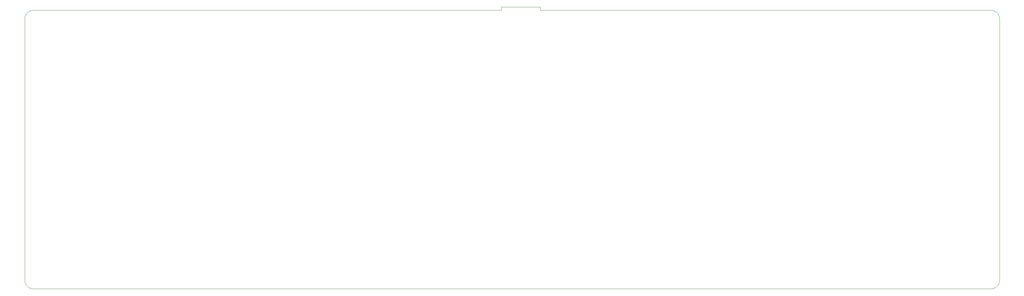
<source format=gbr>
%TF.GenerationSoftware,KiCad,Pcbnew,(7.0.0)*%
%TF.CreationDate,2024-01-19T15:20:53+01:00*%
%TF.ProjectId,oceanographer EC,6f636561-6e6f-4677-9261-706865722045,rev?*%
%TF.SameCoordinates,Original*%
%TF.FileFunction,Profile,NP*%
%FSLAX46Y46*%
G04 Gerber Fmt 4.6, Leading zero omitted, Abs format (unit mm)*
G04 Created by KiCad (PCBNEW (7.0.0)) date 2024-01-19 15:20:53*
%MOMM*%
%LPD*%
G01*
G04 APERTURE LIST*
%TA.AperFunction,Profile*%
%ADD10C,0.100000*%
%TD*%
G04 APERTURE END LIST*
D10*
X277257266Y-43097276D02*
X277151784Y-43049588D01*
X278557784Y-44763837D02*
X278531195Y-44648628D01*
X278461668Y-44424982D02*
X278419031Y-44316844D01*
X277987551Y-43642622D02*
X277908703Y-43559921D01*
X277908669Y-116777511D02*
X277987516Y-116694814D01*
X18443324Y-44316865D02*
X18400689Y-44425001D01*
X18953597Y-116777426D02*
X19036290Y-116856271D01*
X276587516Y-117447511D02*
X276704780Y-117426570D01*
X19502313Y-117187479D02*
X19604982Y-117240070D01*
X278603065Y-45121209D02*
X278593869Y-45000277D01*
X20637400Y-42862550D02*
X145653092Y-42862550D01*
X277908703Y-43559921D02*
X277826003Y-43481073D01*
X278318723Y-116228771D02*
X278371312Y-116126099D01*
X276933001Y-42969512D02*
X276820000Y-42937422D01*
X278606163Y-45243750D02*
X278603065Y-45121209D01*
X19818657Y-43006973D02*
X19710522Y-43049613D01*
X19212683Y-43335565D02*
X19122729Y-43406259D01*
X278261384Y-116328489D02*
X278318723Y-116228771D01*
X278557766Y-115573644D02*
X278578711Y-115456382D01*
X18304577Y-44763849D02*
X18283636Y-44881112D01*
X19929223Y-117367845D02*
X20042217Y-117399940D01*
X277359917Y-117187549D02*
X277459636Y-117130213D01*
X18256200Y-115093747D02*
X18256200Y-45243750D01*
X19036290Y-116856271D02*
X19122687Y-116931115D01*
X278603059Y-115216284D02*
X278606163Y-115093747D01*
X19036328Y-43481104D02*
X18953631Y-43559952D01*
X278606163Y-115093747D02*
X278606163Y-45243750D01*
X18259298Y-45121212D02*
X18256200Y-45243750D01*
X20514768Y-117471841D02*
X20637302Y-117474950D01*
X19605044Y-43097303D02*
X19502371Y-43149892D01*
X19604982Y-117240070D02*
X19710456Y-117287761D01*
X276820000Y-42937422D02*
X276704791Y-42910832D01*
X278062360Y-116608414D02*
X278133053Y-116518459D01*
X276224968Y-117474950D02*
X20637400Y-117474950D01*
X18543595Y-44108710D02*
X18491009Y-44211385D01*
X276704780Y-117426570D02*
X276819986Y-117399981D01*
X19929298Y-42969532D02*
X19818657Y-43006973D01*
X20637400Y-42862450D02*
X20514862Y-42865553D01*
X19305991Y-117068198D02*
X19402600Y-117130139D01*
X19122687Y-116931115D02*
X19212637Y-117001807D01*
X276468351Y-42874746D02*
X276347418Y-42865549D01*
X277826003Y-43481073D02*
X277739599Y-43406228D01*
X20157418Y-117426536D02*
X20274676Y-117447485D01*
X18953631Y-43559952D02*
X18874787Y-43642653D01*
X277739599Y-43406228D02*
X277649641Y-43335535D01*
X19710522Y-43049613D02*
X19605044Y-43097303D01*
X18662846Y-116425018D02*
X18729231Y-116518375D01*
X278199479Y-43912347D02*
X278133088Y-43818985D01*
X276347415Y-117471851D02*
X276468345Y-117462655D01*
X20274676Y-117447485D02*
X20393843Y-117462637D01*
X20157500Y-42910847D02*
X20042295Y-42937440D01*
X277459663Y-43207203D02*
X277359942Y-43149864D01*
X278419031Y-44316844D02*
X278371344Y-44211361D01*
X277649641Y-43335535D02*
X277556280Y-43269143D01*
X276347418Y-42865549D02*
X276224877Y-42862450D01*
X277459636Y-117130213D02*
X277556250Y-117068276D01*
X20393843Y-117462637D02*
X20514768Y-117471841D01*
X277151784Y-43049588D02*
X277043646Y-43006950D01*
X277556280Y-43269143D02*
X277459663Y-43207203D01*
X155971779Y-42862550D02*
X155971779Y-42068750D01*
X277151762Y-117287821D02*
X277257242Y-117240135D01*
X278499081Y-115801846D02*
X278531172Y-115688849D01*
X278578711Y-115456382D02*
X278593859Y-115337212D01*
X276468345Y-117462655D02*
X276587516Y-117447511D01*
X278199444Y-116425101D02*
X278261384Y-116328489D01*
X278062395Y-43729027D02*
X277987551Y-43642622D01*
X277739567Y-116931198D02*
X277825969Y-116856356D01*
X278371312Y-116126099D02*
X278419001Y-116020621D01*
X18662867Y-43912374D02*
X18600930Y-44008990D01*
X18729255Y-43819013D02*
X18662867Y-43912374D01*
X278261418Y-44008963D02*
X278199479Y-43912347D01*
X19122729Y-43406259D02*
X19036328Y-43481104D01*
X18600913Y-116328408D02*
X18662846Y-116425018D01*
X18799945Y-43729056D02*
X18729255Y-43819013D01*
X278133088Y-43818985D02*
X278062395Y-43729027D01*
X276819986Y-117399981D02*
X276932984Y-117367893D01*
X276224877Y-117474950D02*
X276347415Y-117471851D01*
X18283636Y-44881112D02*
X18268494Y-45000283D01*
X18283635Y-115456350D02*
X18304574Y-115573603D01*
X18729231Y-116518375D02*
X18799918Y-116608328D01*
X20514862Y-42865553D02*
X20393933Y-42874754D01*
X278371344Y-44211361D02*
X278318756Y-44108685D01*
X18268494Y-45000283D02*
X18259298Y-45121212D01*
X145653092Y-42068750D02*
X145653092Y-42862550D01*
X18400681Y-115912423D02*
X18443314Y-116020552D01*
X277043627Y-117330457D02*
X277151762Y-117287821D01*
X18331161Y-115688799D02*
X18363247Y-115801789D01*
X18490997Y-116126025D02*
X18543580Y-116228694D01*
X18799918Y-116608328D02*
X18874756Y-116694728D01*
X18600930Y-44008990D02*
X18543595Y-44108710D01*
X18400689Y-44425001D02*
X18363253Y-44535644D01*
X19710456Y-117287761D02*
X19818587Y-117330402D01*
X18543580Y-116228694D02*
X18600913Y-116328408D01*
X18304574Y-115573603D02*
X18331161Y-115688799D01*
X145653092Y-42068750D02*
X155971779Y-42068750D01*
X18268493Y-115337190D02*
X18283635Y-115456350D01*
X19818587Y-117330402D02*
X19929223Y-117367845D01*
X19306041Y-43269173D02*
X19212683Y-43335565D01*
X277257242Y-117240135D02*
X277359917Y-117187549D01*
X19502371Y-43149892D02*
X19402654Y-43207232D01*
X18363247Y-115801789D02*
X18400681Y-115912423D01*
X277043646Y-43006950D02*
X276933001Y-42969512D01*
X278133053Y-116518459D02*
X278199444Y-116425101D01*
X19402654Y-43207232D02*
X19306041Y-43269173D01*
X20042217Y-117399940D02*
X20157418Y-117426536D01*
X278419001Y-116020621D02*
X278461640Y-115912486D01*
X278499106Y-44535627D02*
X278461668Y-44424982D01*
X18874787Y-43642653D02*
X18799945Y-43729056D01*
X20393933Y-42874754D02*
X20274763Y-42889902D01*
X278593869Y-45000277D02*
X278578726Y-44881103D01*
X18491009Y-44211385D02*
X18443324Y-44316865D01*
X18443314Y-116020552D02*
X18490997Y-116126025D01*
X276587525Y-42889890D02*
X276468351Y-42874746D01*
X19402600Y-117130139D02*
X19502313Y-117187479D01*
X155971779Y-42862550D02*
X276224968Y-42862550D01*
X18363253Y-44535644D02*
X18331165Y-44648643D01*
X277556250Y-117068276D02*
X277649610Y-117001888D01*
X276704791Y-42910832D02*
X276587525Y-42889890D01*
X18256200Y-115093747D02*
X18259298Y-115216272D01*
X18874756Y-116694728D02*
X18953597Y-116777426D01*
X18331165Y-44648643D02*
X18304577Y-44763849D01*
X20274763Y-42889902D02*
X20157500Y-42910847D01*
X277825969Y-116856356D02*
X277908669Y-116777511D01*
X277359942Y-43149864D02*
X277257266Y-43097276D01*
X278531172Y-115688849D02*
X278557766Y-115573644D01*
X18259298Y-115216272D02*
X18268493Y-115337190D01*
X278318756Y-44108685D02*
X278261418Y-44008963D01*
X277987516Y-116694814D02*
X278062360Y-116608414D01*
X277649610Y-117001888D02*
X277739567Y-116931198D01*
X278578726Y-44881103D02*
X278557784Y-44763837D01*
X19212637Y-117001807D02*
X19305991Y-117068198D01*
X278531195Y-44648628D02*
X278499106Y-44535627D01*
X278461640Y-115912486D02*
X278499081Y-115801846D01*
X276932984Y-117367893D02*
X277043627Y-117330457D01*
X278593859Y-115337212D02*
X278603059Y-115216284D01*
X20042295Y-42937440D02*
X19929298Y-42969532D01*
M02*

</source>
